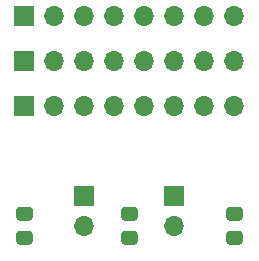
<source format=gbr>
%TF.GenerationSoftware,KiCad,Pcbnew,(5.1.9)-1*%
%TF.CreationDate,2021-05-15T15:00:21+01:00*%
%TF.ProjectId,Amiga A500 Keyboard Connector Breakout,416d6967-6120-4413-9530-30204b657962,rev?*%
%TF.SameCoordinates,Original*%
%TF.FileFunction,Soldermask,Top*%
%TF.FilePolarity,Negative*%
%FSLAX46Y46*%
G04 Gerber Fmt 4.6, Leading zero omitted, Abs format (unit mm)*
G04 Created by KiCad (PCBNEW (5.1.9)-1) date 2021-05-15 15:00:21*
%MOMM*%
%LPD*%
G01*
G04 APERTURE LIST*
%ADD10O,1.700000X1.700000*%
%ADD11R,1.700000X1.700000*%
G04 APERTURE END LIST*
%TO.C,D3*%
G36*
G01*
X149040001Y-98610000D02*
X148139999Y-98610000D01*
G75*
G02*
X147890000Y-98360001I0J249999D01*
G01*
X147890000Y-97709999D01*
G75*
G02*
X148139999Y-97460000I249999J0D01*
G01*
X149040001Y-97460000D01*
G75*
G02*
X149290000Y-97709999I0J-249999D01*
G01*
X149290000Y-98360001D01*
G75*
G02*
X149040001Y-98610000I-249999J0D01*
G01*
G37*
G36*
G01*
X149040001Y-100660000D02*
X148139999Y-100660000D01*
G75*
G02*
X147890000Y-100410001I0J249999D01*
G01*
X147890000Y-99759999D01*
G75*
G02*
X148139999Y-99510000I249999J0D01*
G01*
X149040001Y-99510000D01*
G75*
G02*
X149290000Y-99759999I0J-249999D01*
G01*
X149290000Y-100410001D01*
G75*
G02*
X149040001Y-100660000I-249999J0D01*
G01*
G37*
%TD*%
D10*
%TO.C,P2*%
X152400000Y-99060000D03*
D11*
X152400000Y-96520000D03*
%TD*%
D10*
%TO.C,P1*%
X144780000Y-99060000D03*
D11*
X144780000Y-96520000D03*
%TD*%
%TO.C,D2*%
G36*
G01*
X157930001Y-98610000D02*
X157029999Y-98610000D01*
G75*
G02*
X156780000Y-98360001I0J249999D01*
G01*
X156780000Y-97709999D01*
G75*
G02*
X157029999Y-97460000I249999J0D01*
G01*
X157930001Y-97460000D01*
G75*
G02*
X158180000Y-97709999I0J-249999D01*
G01*
X158180000Y-98360001D01*
G75*
G02*
X157930001Y-98610000I-249999J0D01*
G01*
G37*
G36*
G01*
X157930001Y-100660000D02*
X157029999Y-100660000D01*
G75*
G02*
X156780000Y-100410001I0J249999D01*
G01*
X156780000Y-99759999D01*
G75*
G02*
X157029999Y-99510000I249999J0D01*
G01*
X157930001Y-99510000D01*
G75*
G02*
X158180000Y-99759999I0J-249999D01*
G01*
X158180000Y-100410001D01*
G75*
G02*
X157930001Y-100660000I-249999J0D01*
G01*
G37*
%TD*%
%TO.C,D1*%
G36*
G01*
X140150001Y-98610000D02*
X139249999Y-98610000D01*
G75*
G02*
X139000000Y-98360001I0J249999D01*
G01*
X139000000Y-97709999D01*
G75*
G02*
X139249999Y-97460000I249999J0D01*
G01*
X140150001Y-97460000D01*
G75*
G02*
X140400000Y-97709999I0J-249999D01*
G01*
X140400000Y-98360001D01*
G75*
G02*
X140150001Y-98610000I-249999J0D01*
G01*
G37*
G36*
G01*
X140150001Y-100660000D02*
X139249999Y-100660000D01*
G75*
G02*
X139000000Y-100410001I0J249999D01*
G01*
X139000000Y-99759999D01*
G75*
G02*
X139249999Y-99510000I249999J0D01*
G01*
X140150001Y-99510000D01*
G75*
G02*
X140400000Y-99759999I0J-249999D01*
G01*
X140400000Y-100410001D01*
G75*
G02*
X140150001Y-100660000I-249999J0D01*
G01*
G37*
%TD*%
D10*
%TO.C,J3*%
X157480000Y-88900000D03*
X154940000Y-88900000D03*
X152400000Y-88900000D03*
X149860000Y-88900000D03*
X147320000Y-88900000D03*
X144780000Y-88900000D03*
X142240000Y-88900000D03*
D11*
X139700000Y-88900000D03*
%TD*%
D10*
%TO.C,J2*%
X157480000Y-85090000D03*
X154940000Y-85090000D03*
X152400000Y-85090000D03*
X149860000Y-85090000D03*
X147320000Y-85090000D03*
X144780000Y-85090000D03*
X142240000Y-85090000D03*
D11*
X139700000Y-85090000D03*
%TD*%
D10*
%TO.C,J1*%
X157480000Y-81280000D03*
X154940000Y-81280000D03*
X152400000Y-81280000D03*
X149860000Y-81280000D03*
X147320000Y-81280000D03*
X144780000Y-81280000D03*
X142240000Y-81280000D03*
D11*
X139700000Y-81280000D03*
%TD*%
M02*

</source>
